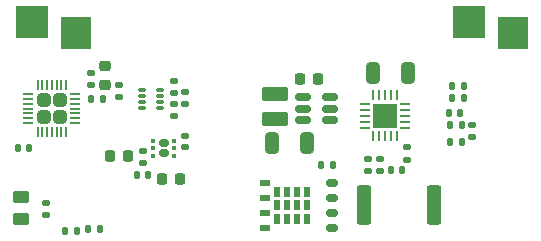
<source format=gbp>
G04 #@! TF.GenerationSoftware,KiCad,Pcbnew,8.0.7-8.0.7-0~ubuntu24.04.1*
G04 #@! TF.CreationDate,2024-12-30T22:48:23-07:00*
G04 #@! TF.ProjectId,2s 40A PSU and charger,32732034-3041-4205-9053-5520616e6420,V1*
G04 #@! TF.SameCoordinates,Original*
G04 #@! TF.FileFunction,Paste,Bot*
G04 #@! TF.FilePolarity,Positive*
%FSLAX46Y46*%
G04 Gerber Fmt 4.6, Leading zero omitted, Abs format (unit mm)*
G04 Created by KiCad (PCBNEW 8.0.7-8.0.7-0~ubuntu24.04.1) date 2024-12-30 22:48:23*
%MOMM*%
%LPD*%
G01*
G04 APERTURE LIST*
G04 Aperture macros list*
%AMRoundRect*
0 Rectangle with rounded corners*
0 $1 Rounding radius*
0 $2 $3 $4 $5 $6 $7 $8 $9 X,Y pos of 4 corners*
0 Add a 4 corners polygon primitive as box body*
4,1,4,$2,$3,$4,$5,$6,$7,$8,$9,$2,$3,0*
0 Add four circle primitives for the rounded corners*
1,1,$1+$1,$2,$3*
1,1,$1+$1,$4,$5*
1,1,$1+$1,$6,$7*
1,1,$1+$1,$8,$9*
0 Add four rect primitives between the rounded corners*
20,1,$1+$1,$2,$3,$4,$5,0*
20,1,$1+$1,$4,$5,$6,$7,0*
20,1,$1+$1,$6,$7,$8,$9,0*
20,1,$1+$1,$8,$9,$2,$3,0*%
G04 Aperture macros list end*
%ADD10RoundRect,0.250000X-0.362500X-1.425000X0.362500X-1.425000X0.362500X1.425000X-0.362500X1.425000X0*%
%ADD11RoundRect,0.140000X-0.170000X0.140000X-0.170000X-0.140000X0.170000X-0.140000X0.170000X0.140000X0*%
%ADD12RoundRect,0.135000X0.135000X0.185000X-0.135000X0.185000X-0.135000X-0.185000X0.135000X-0.185000X0*%
%ADD13RoundRect,0.160000X0.245000X0.160000X-0.245000X0.160000X-0.245000X-0.160000X0.245000X-0.160000X0*%
%ADD14RoundRect,0.093750X0.093750X0.106250X-0.093750X0.106250X-0.093750X-0.106250X0.093750X-0.106250X0*%
%ADD15RoundRect,0.135000X0.185000X-0.135000X0.185000X0.135000X-0.185000X0.135000X-0.185000X-0.135000X0*%
%ADD16RoundRect,0.140000X-0.140000X-0.170000X0.140000X-0.170000X0.140000X0.170000X-0.140000X0.170000X0*%
%ADD17RoundRect,0.250000X-0.325000X-0.650000X0.325000X-0.650000X0.325000X0.650000X-0.325000X0.650000X0*%
%ADD18RoundRect,0.225000X0.225000X0.250000X-0.225000X0.250000X-0.225000X-0.250000X0.225000X-0.250000X0*%
%ADD19RoundRect,0.225000X-0.225000X-0.250000X0.225000X-0.250000X0.225000X0.250000X-0.225000X0.250000X0*%
%ADD20RoundRect,0.050000X-0.285000X-0.100000X0.285000X-0.100000X0.285000X0.100000X-0.285000X0.100000X0*%
%ADD21RoundRect,0.140000X0.170000X-0.140000X0.170000X0.140000X-0.170000X0.140000X-0.170000X-0.140000X0*%
%ADD22RoundRect,0.250000X-0.850000X0.375000X-0.850000X-0.375000X0.850000X-0.375000X0.850000X0.375000X0*%
%ADD23RoundRect,0.135000X-0.185000X0.135000X-0.185000X-0.135000X0.185000X-0.135000X0.185000X0.135000X0*%
%ADD24RoundRect,0.140000X0.140000X0.170000X-0.140000X0.170000X-0.140000X-0.170000X0.140000X-0.170000X0*%
%ADD25RoundRect,0.135000X-0.135000X-0.185000X0.135000X-0.185000X0.135000X0.185000X-0.135000X0.185000X0*%
%ADD26R,2.500000X2.800000*%
%ADD27R,0.600000X0.900000*%
%ADD28R,0.900000X0.600000*%
%ADD29RoundRect,0.150000X0.375000X-0.150000X0.375000X0.150000X-0.375000X0.150000X-0.375000X-0.150000X0*%
%ADD30R,2.800000X2.800000*%
%ADD31R,0.812800X0.254000*%
%ADD32R,0.254000X0.812800*%
%ADD33R,2.159000X2.159000*%
%ADD34RoundRect,0.250000X0.315000X0.315000X-0.315000X0.315000X-0.315000X-0.315000X0.315000X-0.315000X0*%
%ADD35RoundRect,0.050000X0.337500X0.050000X-0.337500X0.050000X-0.337500X-0.050000X0.337500X-0.050000X0*%
%ADD36RoundRect,0.050000X0.050000X0.337500X-0.050000X0.337500X-0.050000X-0.337500X0.050000X-0.337500X0*%
%ADD37RoundRect,0.250000X0.450000X-0.262500X0.450000X0.262500X-0.450000X0.262500X-0.450000X-0.262500X0*%
%ADD38RoundRect,0.150000X0.512500X0.150000X-0.512500X0.150000X-0.512500X-0.150000X0.512500X-0.150000X0*%
%ADD39RoundRect,0.147500X-0.172500X0.147500X-0.172500X-0.147500X0.172500X-0.147500X0.172500X0.147500X0*%
%ADD40RoundRect,0.225000X-0.250000X0.225000X-0.250000X-0.225000X0.250000X-0.225000X0.250000X0.225000X0*%
G04 APERTURE END LIST*
D10*
G04 #@! TO.C,R14*
X138337500Y-129200000D03*
X144262500Y-129200000D03*
G04 #@! TD*
D11*
G04 #@! TO.C,C32*
X119600000Y-124620000D03*
X119600000Y-125580000D03*
G04 #@! TD*
D12*
G04 #@! TO.C,R30*
X114010000Y-131400000D03*
X112990000Y-131400000D03*
G04 #@! TD*
D13*
G04 #@! TO.C,U7*
X121387500Y-124750000D03*
X121387500Y-123950000D03*
D14*
X122275000Y-123700000D03*
X122275000Y-124350000D03*
X122275000Y-125000000D03*
X120500000Y-125000000D03*
X120500000Y-124350000D03*
X120500000Y-123700000D03*
G04 #@! TD*
D15*
G04 #@! TO.C,R26*
X122200000Y-119710000D03*
X122200000Y-118690000D03*
G04 #@! TD*
D16*
G04 #@! TO.C,C15*
X119120000Y-126600000D03*
X120080000Y-126600000D03*
G04 #@! TD*
D17*
G04 #@! TO.C,C28*
X139124999Y-118000000D03*
X142075001Y-118000000D03*
G04 #@! TD*
D12*
G04 #@! TO.C,R31*
X116010000Y-131200000D03*
X114990000Y-131200000D03*
G04 #@! TD*
D18*
G04 #@! TO.C,C31*
X118375000Y-125000000D03*
X116825000Y-125000000D03*
G04 #@! TD*
G04 #@! TO.C,C40*
X134475000Y-118500000D03*
X132925000Y-118500000D03*
G04 #@! TD*
D19*
G04 #@! TO.C,C24*
X121225000Y-127000000D03*
X122775000Y-127000000D03*
G04 #@! TD*
D12*
G04 #@! TO.C,R16*
X146610000Y-122400000D03*
X145590000Y-122400000D03*
G04 #@! TD*
D20*
G04 #@! TO.C,U5*
X119560000Y-120950000D03*
X119560000Y-120450000D03*
X119560000Y-119950000D03*
X119560000Y-119450000D03*
X121040000Y-119450000D03*
X121040000Y-119950000D03*
X121040000Y-120450000D03*
X121040000Y-120950000D03*
G04 #@! TD*
D21*
G04 #@! TO.C,C13*
X147500000Y-123380000D03*
X147500000Y-122420000D03*
G04 #@! TD*
D12*
G04 #@! TO.C,R17*
X146810000Y-119100000D03*
X145790000Y-119100000D03*
G04 #@! TD*
D22*
G04 #@! TO.C,L3*
X130800000Y-119725000D03*
X130800000Y-121875000D03*
G04 #@! TD*
D23*
G04 #@! TO.C,R6*
X138700000Y-125240000D03*
X138700000Y-126260000D03*
G04 #@! TD*
G04 #@! TO.C,R5*
X139700000Y-125240000D03*
X139700000Y-126260000D03*
G04 #@! TD*
G04 #@! TO.C,R27*
X123200000Y-119590000D03*
X123200000Y-120610000D03*
G04 #@! TD*
D24*
G04 #@! TO.C,C30*
X109980000Y-124300000D03*
X109020000Y-124300000D03*
G04 #@! TD*
D25*
G04 #@! TO.C,R33*
X115190000Y-120200000D03*
X116210000Y-120200000D03*
G04 #@! TD*
D23*
G04 #@! TO.C,R4*
X142000000Y-124290000D03*
X142000000Y-125310000D03*
G04 #@! TD*
D26*
G04 #@! TO.C,J8*
X150950000Y-114600000D03*
G04 #@! TD*
D11*
G04 #@! TO.C,C25*
X115200000Y-118020000D03*
X115200000Y-118980000D03*
G04 #@! TD*
D24*
G04 #@! TO.C,C19*
X146780000Y-120100000D03*
X145820000Y-120100000D03*
G04 #@! TD*
D27*
G04 #@! TO.C,Q6*
X133475000Y-130350000D03*
X133475000Y-129200000D03*
X133475000Y-128050000D03*
X132625000Y-130350000D03*
X132625000Y-129200000D03*
X132625000Y-128050000D03*
X131775000Y-130350000D03*
X131775000Y-129200000D03*
X131775000Y-128050000D03*
X130925000Y-130350000D03*
X130925000Y-129200000D03*
X130925000Y-128050000D03*
D28*
X129925000Y-131105000D03*
X129925000Y-129835000D03*
X129925000Y-128565000D03*
X129925000Y-127295000D03*
D29*
X135650000Y-127295000D03*
X135650000Y-128565000D03*
X135650000Y-129835000D03*
X135650000Y-131105000D03*
G04 #@! TD*
D11*
G04 #@! TO.C,C33*
X123200000Y-123320000D03*
X123200000Y-124280000D03*
G04 #@! TD*
D24*
G04 #@! TO.C,C18*
X146460000Y-121400000D03*
X145500000Y-121400000D03*
G04 #@! TD*
D30*
G04 #@! TO.C,J7*
X110250000Y-113650000D03*
G04 #@! TD*
D31*
G04 #@! TO.C,U1*
X141827200Y-120599748D03*
X141827200Y-121099874D03*
X141827200Y-121600000D03*
X141827200Y-122100126D03*
X141827200Y-122600252D03*
D32*
X141100252Y-123327200D03*
X140600126Y-123327200D03*
X140100000Y-123327200D03*
X139599874Y-123327200D03*
X139099748Y-123327200D03*
D31*
X138372800Y-122600252D03*
X138372800Y-122100126D03*
X138372800Y-121600000D03*
X138372800Y-121099874D03*
X138372800Y-120599748D03*
D32*
X139099748Y-119872800D03*
X139599874Y-119872800D03*
X140100000Y-119872800D03*
X140600126Y-119872800D03*
X141100252Y-119872800D03*
D33*
X140100000Y-121600000D03*
G04 #@! TD*
D24*
G04 #@! TO.C,C4*
X135680000Y-125800000D03*
X134720000Y-125800000D03*
G04 #@! TD*
D17*
G04 #@! TO.C,C27*
X130525000Y-123900000D03*
X133475000Y-123900000D03*
G04 #@! TD*
D34*
G04 #@! TO.C,U6*
X112600000Y-121700000D03*
X112600000Y-120300000D03*
X111200000Y-121700000D03*
X111200000Y-120300000D03*
D35*
X113887500Y-119800000D03*
X113887500Y-120200000D03*
X113887500Y-120600000D03*
X113887500Y-121000000D03*
X113887500Y-121400000D03*
X113887500Y-121800000D03*
X113887500Y-122200000D03*
D36*
X113100000Y-122987500D03*
X112700000Y-122987500D03*
X112300000Y-122987500D03*
X111900000Y-122987500D03*
X111500000Y-122987500D03*
X111100000Y-122987500D03*
X110700000Y-122987500D03*
D35*
X109912500Y-122200000D03*
X109912500Y-121800000D03*
X109912500Y-121400000D03*
X109912500Y-121000000D03*
X109912500Y-120600000D03*
X109912500Y-120200000D03*
X109912500Y-119800000D03*
D36*
X110700000Y-119012500D03*
X111100000Y-119012500D03*
X111500000Y-119012500D03*
X111900000Y-119012500D03*
X112300000Y-119012500D03*
X112700000Y-119012500D03*
X113100000Y-119012500D03*
G04 #@! TD*
D37*
G04 #@! TO.C,R9*
X109300000Y-130312500D03*
X109300000Y-128487500D03*
G04 #@! TD*
D12*
G04 #@! TO.C,R15*
X146610000Y-123800000D03*
X145590000Y-123800000D03*
G04 #@! TD*
D15*
G04 #@! TO.C,R28*
X122200000Y-121610000D03*
X122200000Y-120590000D03*
G04 #@! TD*
D38*
G04 #@! TO.C,U2*
X135437500Y-120050000D03*
X135437500Y-121000000D03*
X135437500Y-121950000D03*
X133162500Y-121950000D03*
X133162500Y-121000000D03*
X133162500Y-120050000D03*
G04 #@! TD*
D39*
G04 #@! TO.C,D2*
X111400000Y-129015000D03*
X111400000Y-129985000D03*
G04 #@! TD*
D26*
G04 #@! TO.C,J9*
X113950000Y-114600000D03*
G04 #@! TD*
D40*
G04 #@! TO.C,C26*
X116400000Y-117425000D03*
X116400000Y-118975000D03*
G04 #@! TD*
D21*
G04 #@! TO.C,C29*
X117600000Y-119980000D03*
X117600000Y-119020000D03*
G04 #@! TD*
D30*
G04 #@! TO.C,J6*
X147200001Y-113650000D03*
G04 #@! TD*
D24*
G04 #@! TO.C,C3*
X141580000Y-126200000D03*
X140620000Y-126200000D03*
G04 #@! TD*
M02*

</source>
